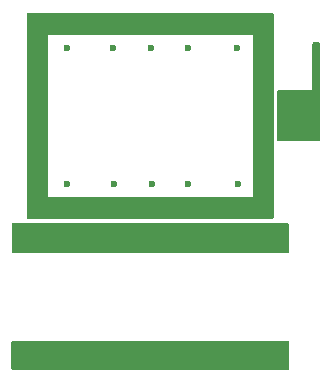
<source format=gbr>
%TF.GenerationSoftware,KiCad,Pcbnew,8.0.8*%
%TF.CreationDate,2025-04-07T01:45:18-03:00*%
%TF.ProjectId,Sao_SlotMachine_v2,53616f5f-536c-46f7-944d-616368696e65,rev?*%
%TF.SameCoordinates,Original*%
%TF.FileFunction,Copper,L1,Top*%
%TF.FilePolarity,Positive*%
%FSLAX46Y46*%
G04 Gerber Fmt 4.6, Leading zero omitted, Abs format (unit mm)*
G04 Created by KiCad (PCBNEW 8.0.8) date 2025-04-07 01:45:18*
%MOMM*%
%LPD*%
G01*
G04 APERTURE LIST*
%TA.AperFunction,ViaPad*%
%ADD10C,0.600000*%
%TD*%
G04 APERTURE END LIST*
D10*
%TO.N,*%
X123653027Y-69227659D03*
X127871793Y-69227659D03*
X123600000Y-57700000D03*
X120500000Y-57700000D03*
X127818766Y-57700000D03*
X113372611Y-57700000D03*
X117300000Y-57700000D03*
X120553027Y-69227659D03*
%TO.N,GND*%
X113425638Y-69227659D03*
%TO.N,+3.3V*%
X117353027Y-69227659D03*
%TD*%
%TA.AperFunction,NonConductor*%
G36*
X132118310Y-82493403D02*
G01*
X132164065Y-82546207D01*
X132175271Y-82597718D01*
X132175271Y-84863251D01*
X132155586Y-84930290D01*
X132102782Y-84976045D01*
X132051271Y-84987251D01*
X108810645Y-84987251D01*
X108743606Y-84967566D01*
X108697851Y-84914762D01*
X108686645Y-84863251D01*
X108686645Y-82597718D01*
X108706330Y-82530679D01*
X108759134Y-82484924D01*
X108810645Y-82473718D01*
X132051271Y-82473718D01*
X132118310Y-82493403D01*
G37*
%TD.AperFunction*%
%TA.AperFunction,NonConductor*%
G36*
X130831619Y-54724026D02*
G01*
X130877374Y-54776830D01*
X130888580Y-54828341D01*
X130888580Y-72060104D01*
X130868895Y-72127143D01*
X130816091Y-72172898D01*
X130764580Y-72184104D01*
X110127175Y-72184104D01*
X110060136Y-72164419D01*
X110014381Y-72111615D01*
X110003175Y-72060104D01*
X110003175Y-70294247D01*
X111754276Y-70294247D01*
X111754276Y-70294248D01*
X129129640Y-70300085D01*
X129137478Y-56594196D01*
X129137477Y-56594195D01*
X111762115Y-56588360D01*
X111762114Y-56588360D01*
X111754276Y-70294247D01*
X110003175Y-70294247D01*
X110003175Y-54828341D01*
X110022860Y-54761302D01*
X110075664Y-54715547D01*
X110127175Y-54704341D01*
X130764580Y-54704341D01*
X130831619Y-54724026D01*
G37*
%TD.AperFunction*%
%TA.AperFunction,NonConductor*%
G36*
X134742372Y-57213358D02*
G01*
X134788127Y-57266162D01*
X134799333Y-57317761D01*
X134796809Y-60886877D01*
X134794428Y-60910970D01*
X134792858Y-60918861D01*
X134792859Y-60918867D01*
X134794381Y-60926518D01*
X134796764Y-60950792D01*
X134796758Y-60958598D01*
X134797090Y-60960269D01*
X134799455Y-60984438D01*
X134797006Y-65440163D01*
X134777285Y-65507192D01*
X134724455Y-65552918D01*
X134673006Y-65564095D01*
X131272446Y-65564095D01*
X131205407Y-65544410D01*
X131159652Y-65491606D01*
X131148446Y-65440095D01*
X131148446Y-61362346D01*
X131168131Y-61295307D01*
X131220935Y-61249552D01*
X131272446Y-61238346D01*
X134165371Y-61238346D01*
X134165371Y-57317673D01*
X134185056Y-57250634D01*
X134237860Y-57204879D01*
X134289371Y-57193673D01*
X134675333Y-57193673D01*
X134742372Y-57213358D01*
G37*
%TD.AperFunction*%
%TA.AperFunction,NonConductor*%
G36*
X132128935Y-72560551D02*
G01*
X132174690Y-72613355D01*
X132185896Y-72664866D01*
X132185896Y-74930399D01*
X132166211Y-74997438D01*
X132113407Y-75043193D01*
X132061896Y-75054399D01*
X108821270Y-75054399D01*
X108754231Y-75034714D01*
X108708476Y-74981910D01*
X108697270Y-74930399D01*
X108697270Y-72664866D01*
X108716955Y-72597827D01*
X108769759Y-72552072D01*
X108821270Y-72540866D01*
X132061896Y-72540866D01*
X132128935Y-72560551D01*
G37*
%TD.AperFunction*%
M02*

</source>
